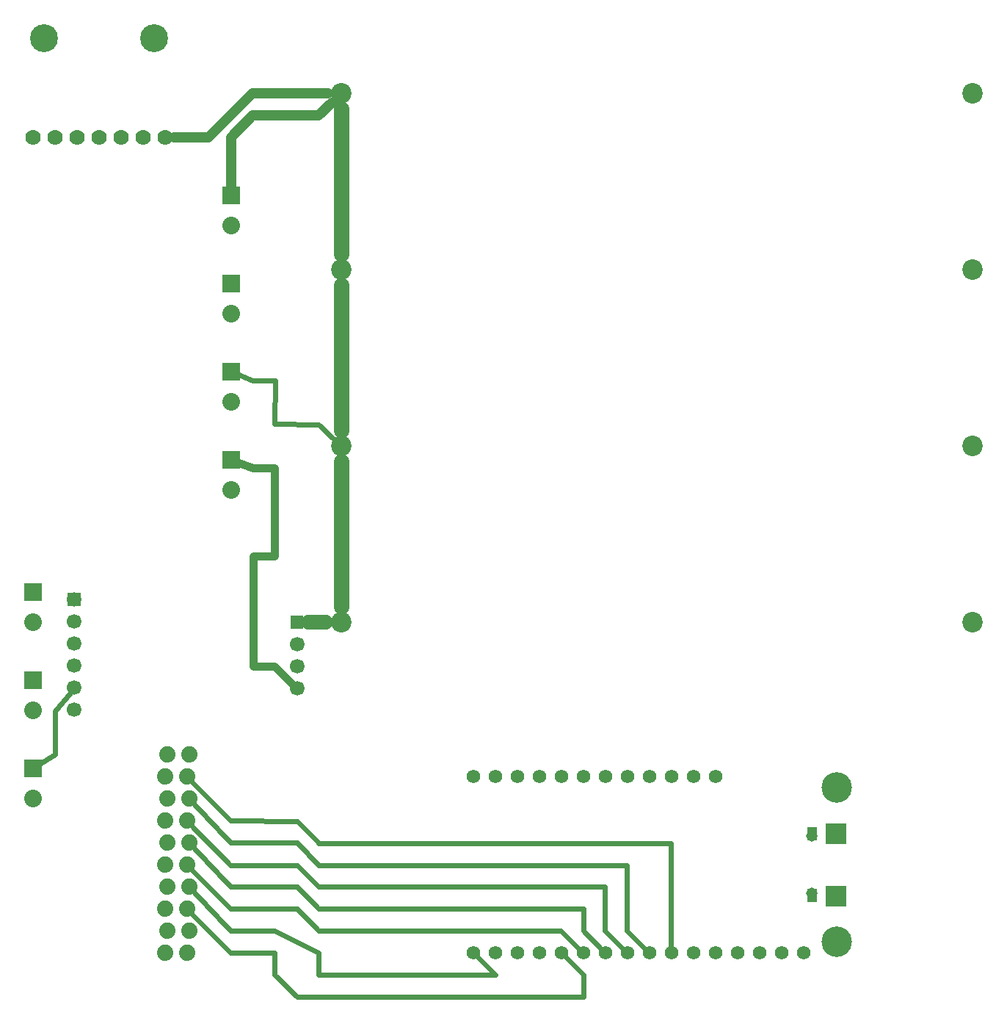
<source format=gbl>
G04 MADE WITH FRITZING*
G04 WWW.FRITZING.ORG*
G04 DOUBLE SIDED*
G04 HOLES PLATED*
G04 CONTOUR ON CENTER OF CONTOUR VECTOR*
%ASAXBY*%
%FSLAX23Y23*%
%MOIN*%
%OFA0B0*%
%SFA1.0B1.0*%
%ADD10C,0.074000*%
%ADD11C,0.126614*%
%ADD12C,0.070000*%
%ADD13C,0.080000*%
%ADD14C,0.093000*%
%ADD15C,0.138425*%
%ADD16C,0.095000*%
%ADD17C,0.051496*%
%ADD18C,0.062000*%
%ADD19C,0.066555*%
%ADD20C,0.049194*%
%ADD21R,0.080000X0.080000*%
%ADD22R,0.095000X0.095000*%
%ADD23C,0.024000*%
%ADD24C,0.065000*%
%ADD25C,0.045000*%
%ADD26C,0.035000*%
%ADD27R,0.001000X0.001000*%
%LNCOPPER0*%
G90*
G70*
G54D10*
X860Y1177D03*
X960Y1177D03*
X850Y1077D03*
X950Y1077D03*
X860Y977D03*
X960Y977D03*
X850Y877D03*
X950Y877D03*
X860Y777D03*
X960Y777D03*
X850Y677D03*
X950Y677D03*
X860Y577D03*
X960Y577D03*
X850Y477D03*
X950Y477D03*
X860Y377D03*
X960Y377D03*
X850Y277D03*
X950Y277D03*
G54D11*
X800Y4427D03*
G54D12*
X250Y3977D03*
X350Y3977D03*
X450Y3977D03*
X550Y3977D03*
X650Y3977D03*
X750Y3977D03*
X850Y3977D03*
G54D11*
X300Y4427D03*
G54D13*
X250Y1115D03*
X250Y977D03*
X250Y1115D03*
X250Y977D03*
X250Y1515D03*
X250Y1377D03*
X250Y1515D03*
X250Y1377D03*
X1150Y2515D03*
X1150Y2377D03*
X1150Y2515D03*
X1150Y2377D03*
X1150Y2915D03*
X1150Y2777D03*
X1150Y2915D03*
X1150Y2777D03*
X1150Y3315D03*
X1150Y3177D03*
X1150Y3315D03*
X1150Y3177D03*
X1150Y3715D03*
X1150Y3577D03*
X1150Y3715D03*
X1150Y3577D03*
X250Y1915D03*
X250Y1777D03*
X250Y1915D03*
X250Y1777D03*
G54D14*
X1650Y4177D03*
X4519Y4178D03*
X1650Y4177D03*
X4519Y4178D03*
X1650Y3377D03*
X4519Y3378D03*
X1650Y3377D03*
X4519Y3378D03*
X1650Y1777D03*
X4519Y1778D03*
X1650Y1777D03*
X4519Y1778D03*
X1650Y2577D03*
X4519Y2578D03*
X1650Y2577D03*
X4519Y2578D03*
G54D15*
X3900Y327D03*
G54D16*
X3899Y819D03*
G54D17*
X3789Y807D03*
G54D18*
X2250Y277D03*
X2350Y277D03*
X2450Y277D03*
X2550Y277D03*
X2650Y277D03*
X2750Y277D03*
X2850Y277D03*
X2950Y277D03*
X3050Y277D03*
G54D15*
X3900Y1027D03*
G54D18*
X3150Y277D03*
X3250Y277D03*
X3350Y277D03*
X3450Y277D03*
X3550Y277D03*
X3650Y277D03*
X3750Y277D03*
X3350Y1077D03*
X3250Y1077D03*
X3150Y1077D03*
X3050Y1077D03*
X2950Y1077D03*
X2850Y1077D03*
X2750Y1077D03*
X2650Y1077D03*
X2550Y1077D03*
X2450Y1077D03*
X2350Y1077D03*
X2250Y1077D03*
G54D17*
X3789Y547D03*
G54D16*
X3899Y535D03*
G54D15*
X3900Y327D03*
G54D16*
X3899Y819D03*
G54D17*
X3789Y807D03*
G54D18*
X2250Y277D03*
X2350Y277D03*
X2450Y277D03*
X2550Y277D03*
X2650Y277D03*
X2750Y277D03*
X2850Y277D03*
X2950Y277D03*
X3050Y277D03*
G54D15*
X3900Y1027D03*
G54D18*
X3150Y277D03*
X3250Y277D03*
X3350Y277D03*
X3450Y277D03*
X3550Y277D03*
X3650Y277D03*
X3750Y277D03*
X3350Y1077D03*
X3250Y1077D03*
X3150Y1077D03*
X3050Y1077D03*
X2950Y1077D03*
X2850Y1077D03*
X2750Y1077D03*
X2650Y1077D03*
X2550Y1077D03*
X2450Y1077D03*
X2350Y1077D03*
X2250Y1077D03*
G54D17*
X3789Y547D03*
G54D16*
X3899Y535D03*
G54D19*
X437Y1780D03*
X437Y1680D03*
X437Y1580D03*
X437Y1480D03*
X437Y1380D03*
X437Y1880D03*
X1450Y1677D03*
X1450Y1577D03*
G54D20*
X1450Y1777D03*
G54D19*
X1450Y1477D03*
G54D21*
X250Y1115D03*
X250Y1115D03*
X250Y1515D03*
X250Y1515D03*
X1150Y2515D03*
X1150Y2515D03*
X1150Y2915D03*
X1150Y2915D03*
X1150Y3315D03*
X1150Y3315D03*
X1150Y3715D03*
X1150Y3715D03*
X250Y1915D03*
X250Y1915D03*
G54D22*
X3899Y819D03*
X3899Y535D03*
X3899Y819D03*
X3899Y535D03*
G54D12*
X1650Y3447D02*
X1650Y4107D01*
G54D23*
D02*
X1549Y2676D02*
X1616Y2611D01*
D02*
X1348Y2678D02*
X1549Y2676D01*
D02*
X1350Y2876D02*
X1348Y2678D01*
D02*
X1248Y2876D02*
X1350Y2876D01*
D02*
X1178Y2903D02*
X1248Y2876D01*
G54D12*
D02*
X1650Y2507D02*
X1650Y1847D01*
D02*
X1650Y2647D02*
X1650Y3307D01*
G54D23*
D02*
X3148Y776D02*
X1549Y776D01*
D02*
X1549Y776D02*
X1549Y777D01*
D02*
X3149Y306D02*
X3148Y776D01*
D02*
X1450Y876D02*
X1149Y877D01*
D02*
X1549Y777D02*
X1450Y876D01*
D02*
X1149Y877D02*
X971Y1055D01*
D02*
X1450Y777D02*
X1149Y777D01*
D02*
X1549Y676D02*
X1450Y777D01*
D02*
X1149Y777D02*
X981Y955D01*
D02*
X1650Y676D02*
X1549Y676D01*
D02*
X2949Y676D02*
X1649Y676D01*
D02*
X1649Y676D02*
X1650Y676D01*
D02*
X2949Y377D02*
X2949Y676D01*
D02*
X3029Y297D02*
X2949Y377D01*
D02*
X1450Y676D02*
X1149Y676D01*
D02*
X1149Y676D02*
X971Y855D01*
D02*
X2849Y377D02*
X2849Y577D01*
D02*
X1751Y577D02*
X1549Y577D01*
D02*
X1549Y577D02*
X1450Y676D01*
D02*
X2849Y577D02*
X1751Y577D01*
D02*
X2929Y297D02*
X2849Y377D01*
D02*
X2750Y377D02*
X2750Y477D01*
D02*
X2750Y477D02*
X1549Y477D01*
D02*
X1549Y477D02*
X1450Y577D01*
D02*
X1450Y577D02*
X1149Y577D01*
D02*
X1149Y577D02*
X981Y755D01*
D02*
X2829Y298D02*
X2750Y377D01*
D02*
X1450Y477D02*
X1149Y477D01*
D02*
X1149Y477D02*
X971Y655D01*
D02*
X1549Y377D02*
X1450Y477D01*
D02*
X2649Y377D02*
X1549Y377D01*
D02*
X2729Y297D02*
X2649Y377D01*
D02*
X1549Y178D02*
X1549Y277D01*
D02*
X1149Y377D02*
X981Y555D01*
D02*
X1349Y377D02*
X1149Y377D01*
D02*
X1549Y277D02*
X1349Y377D01*
D02*
X2350Y178D02*
X1549Y178D01*
D02*
X2270Y257D02*
X2350Y178D01*
D02*
X1349Y178D02*
X1349Y277D01*
D02*
X2750Y77D02*
X2550Y77D01*
D02*
X2750Y178D02*
X2750Y77D01*
D02*
X2550Y77D02*
X1450Y77D01*
D02*
X1349Y277D02*
X1149Y277D01*
D02*
X1450Y77D02*
X1349Y178D01*
D02*
X1149Y277D02*
X971Y455D01*
D02*
X2670Y257D02*
X2750Y178D01*
G54D24*
D02*
X1580Y1777D02*
X1501Y1777D01*
G54D23*
D02*
X351Y1177D02*
X276Y1131D01*
D02*
X351Y1376D02*
X351Y1177D01*
D02*
X420Y1459D02*
X351Y1376D01*
G54D25*
D02*
X1049Y3979D02*
X891Y3977D01*
D02*
X1248Y4178D02*
X1049Y3979D01*
D02*
X1591Y4177D02*
X1248Y4178D01*
D02*
X1151Y3979D02*
X1248Y4077D01*
D02*
X1549Y4077D02*
X1608Y4136D01*
D02*
X1248Y4077D02*
X1549Y4077D01*
D02*
X1150Y3757D02*
X1151Y3979D01*
G54D26*
D02*
X1348Y1577D02*
X1250Y1577D01*
D02*
X1250Y1577D02*
X1250Y2078D01*
D02*
X1250Y2078D02*
X1348Y2078D01*
D02*
X1348Y2078D02*
X1348Y2478D01*
D02*
X1348Y2478D02*
X1250Y2478D01*
D02*
X1250Y2478D02*
X1184Y2502D01*
D02*
X1426Y1500D02*
X1348Y1577D01*
G54D27*
X408Y1910D02*
X465Y1910D01*
X407Y1909D02*
X466Y1909D01*
X407Y1908D02*
X466Y1908D01*
X407Y1907D02*
X466Y1907D01*
X407Y1906D02*
X466Y1906D01*
X407Y1905D02*
X466Y1905D01*
X407Y1904D02*
X466Y1904D01*
X407Y1903D02*
X466Y1903D01*
X407Y1902D02*
X466Y1902D01*
X407Y1901D02*
X466Y1901D01*
X407Y1900D02*
X466Y1900D01*
X407Y1899D02*
X466Y1899D01*
X407Y1898D02*
X431Y1898D01*
X442Y1898D02*
X466Y1898D01*
X407Y1897D02*
X428Y1897D01*
X445Y1897D02*
X466Y1897D01*
X407Y1896D02*
X426Y1896D01*
X447Y1896D02*
X466Y1896D01*
X407Y1895D02*
X425Y1895D01*
X448Y1895D02*
X466Y1895D01*
X407Y1894D02*
X424Y1894D01*
X449Y1894D02*
X466Y1894D01*
X407Y1893D02*
X423Y1893D01*
X450Y1893D02*
X466Y1893D01*
X407Y1892D02*
X422Y1892D01*
X451Y1892D02*
X466Y1892D01*
X407Y1891D02*
X421Y1891D01*
X452Y1891D02*
X466Y1891D01*
X407Y1890D02*
X420Y1890D01*
X453Y1890D02*
X466Y1890D01*
X407Y1889D02*
X420Y1889D01*
X453Y1889D02*
X466Y1889D01*
X407Y1888D02*
X419Y1888D01*
X454Y1888D02*
X466Y1888D01*
X407Y1887D02*
X419Y1887D01*
X454Y1887D02*
X466Y1887D01*
X407Y1886D02*
X418Y1886D01*
X454Y1886D02*
X466Y1886D01*
X407Y1885D02*
X418Y1885D01*
X455Y1885D02*
X466Y1885D01*
X407Y1884D02*
X418Y1884D01*
X455Y1884D02*
X466Y1884D01*
X407Y1883D02*
X418Y1883D01*
X455Y1883D02*
X466Y1883D01*
X407Y1882D02*
X418Y1882D01*
X455Y1882D02*
X466Y1882D01*
X407Y1881D02*
X418Y1881D01*
X455Y1881D02*
X466Y1881D01*
X407Y1880D02*
X418Y1880D01*
X455Y1880D02*
X466Y1880D01*
X407Y1879D02*
X418Y1879D01*
X455Y1879D02*
X466Y1879D01*
X407Y1878D02*
X418Y1878D01*
X455Y1878D02*
X466Y1878D01*
X407Y1877D02*
X418Y1877D01*
X455Y1877D02*
X466Y1877D01*
X407Y1876D02*
X418Y1876D01*
X455Y1876D02*
X466Y1876D01*
X407Y1875D02*
X418Y1875D01*
X455Y1875D02*
X466Y1875D01*
X407Y1874D02*
X419Y1874D01*
X454Y1874D02*
X466Y1874D01*
X407Y1873D02*
X419Y1873D01*
X454Y1873D02*
X466Y1873D01*
X407Y1872D02*
X419Y1872D01*
X453Y1872D02*
X466Y1872D01*
X407Y1871D02*
X420Y1871D01*
X453Y1871D02*
X466Y1871D01*
X407Y1870D02*
X421Y1870D01*
X452Y1870D02*
X466Y1870D01*
X407Y1869D02*
X421Y1869D01*
X452Y1869D02*
X466Y1869D01*
X407Y1868D02*
X422Y1868D01*
X451Y1868D02*
X466Y1868D01*
X407Y1867D02*
X423Y1867D01*
X450Y1867D02*
X466Y1867D01*
X407Y1866D02*
X424Y1866D01*
X449Y1866D02*
X466Y1866D01*
X407Y1865D02*
X425Y1865D01*
X447Y1865D02*
X466Y1865D01*
X407Y1864D02*
X427Y1864D01*
X446Y1864D02*
X466Y1864D01*
X407Y1863D02*
X429Y1863D01*
X444Y1863D02*
X466Y1863D01*
X407Y1862D02*
X433Y1862D01*
X440Y1862D02*
X466Y1862D01*
X407Y1861D02*
X466Y1861D01*
X407Y1860D02*
X466Y1860D01*
X407Y1859D02*
X466Y1859D01*
X407Y1858D02*
X466Y1858D01*
X407Y1857D02*
X466Y1857D01*
X407Y1856D02*
X466Y1856D01*
X407Y1855D02*
X466Y1855D01*
X407Y1854D02*
X466Y1854D01*
X407Y1853D02*
X466Y1853D01*
X407Y1852D02*
X466Y1852D01*
X407Y1851D02*
X466Y1851D01*
X1420Y1807D02*
X1478Y1807D01*
X1420Y1806D02*
X1478Y1806D01*
X1420Y1805D02*
X1478Y1805D01*
X1420Y1804D02*
X1478Y1804D01*
X1420Y1803D02*
X1478Y1803D01*
X1420Y1802D02*
X1478Y1802D01*
X1420Y1801D02*
X1478Y1801D01*
X1420Y1800D02*
X1478Y1800D01*
X1420Y1799D02*
X1478Y1799D01*
X1420Y1798D02*
X1478Y1798D01*
X1420Y1797D02*
X1478Y1797D01*
X1420Y1796D02*
X1478Y1796D01*
X1420Y1795D02*
X1443Y1795D01*
X1455Y1795D02*
X1478Y1795D01*
X1420Y1794D02*
X1440Y1794D01*
X1458Y1794D02*
X1478Y1794D01*
X1420Y1793D02*
X1438Y1793D01*
X1459Y1793D02*
X1478Y1793D01*
X1420Y1792D02*
X1437Y1792D01*
X1461Y1792D02*
X1478Y1792D01*
X1420Y1791D02*
X1436Y1791D01*
X1462Y1791D02*
X1478Y1791D01*
X1420Y1790D02*
X1435Y1790D01*
X1463Y1790D02*
X1478Y1790D01*
X1420Y1789D02*
X1434Y1789D01*
X1464Y1789D02*
X1478Y1789D01*
X1420Y1788D02*
X1433Y1788D01*
X1465Y1788D02*
X1478Y1788D01*
X1420Y1787D02*
X1433Y1787D01*
X1465Y1787D02*
X1478Y1787D01*
X1420Y1786D02*
X1432Y1786D01*
X1466Y1786D02*
X1478Y1786D01*
X1420Y1785D02*
X1432Y1785D01*
X1466Y1785D02*
X1478Y1785D01*
X1420Y1784D02*
X1431Y1784D01*
X1467Y1784D02*
X1478Y1784D01*
X1420Y1783D02*
X1431Y1783D01*
X1467Y1783D02*
X1478Y1783D01*
X1420Y1782D02*
X1431Y1782D01*
X1467Y1782D02*
X1478Y1782D01*
X1420Y1781D02*
X1430Y1781D01*
X1468Y1781D02*
X1478Y1781D01*
X1420Y1780D02*
X1430Y1780D01*
X1468Y1780D02*
X1478Y1780D01*
X1420Y1779D02*
X1430Y1779D01*
X1468Y1779D02*
X1478Y1779D01*
X1420Y1778D02*
X1430Y1778D01*
X1468Y1778D02*
X1478Y1778D01*
X1420Y1777D02*
X1430Y1777D01*
X1468Y1777D02*
X1478Y1777D01*
X1420Y1776D02*
X1430Y1776D01*
X1468Y1776D02*
X1478Y1776D01*
X1420Y1775D02*
X1430Y1775D01*
X1468Y1775D02*
X1478Y1775D01*
X1420Y1774D02*
X1430Y1774D01*
X1468Y1774D02*
X1478Y1774D01*
X1420Y1773D02*
X1431Y1773D01*
X1467Y1773D02*
X1478Y1773D01*
X1420Y1772D02*
X1431Y1772D01*
X1467Y1772D02*
X1478Y1772D01*
X1420Y1771D02*
X1431Y1771D01*
X1467Y1771D02*
X1478Y1771D01*
X1420Y1770D02*
X1432Y1770D01*
X1466Y1770D02*
X1478Y1770D01*
X1420Y1769D02*
X1432Y1769D01*
X1466Y1769D02*
X1478Y1769D01*
X1420Y1768D02*
X1433Y1768D01*
X1465Y1768D02*
X1478Y1768D01*
X1420Y1767D02*
X1433Y1767D01*
X1465Y1767D02*
X1478Y1767D01*
X1420Y1766D02*
X1434Y1766D01*
X1464Y1766D02*
X1478Y1766D01*
X1420Y1765D02*
X1435Y1765D01*
X1463Y1765D02*
X1478Y1765D01*
X1420Y1764D02*
X1436Y1764D01*
X1462Y1764D02*
X1478Y1764D01*
X1420Y1763D02*
X1437Y1763D01*
X1461Y1763D02*
X1478Y1763D01*
X1420Y1762D02*
X1438Y1762D01*
X1460Y1762D02*
X1478Y1762D01*
X1420Y1761D02*
X1440Y1761D01*
X1458Y1761D02*
X1478Y1761D01*
X1420Y1760D02*
X1442Y1760D01*
X1455Y1760D02*
X1478Y1760D01*
X1420Y1759D02*
X1448Y1759D01*
X1450Y1759D02*
X1478Y1759D01*
X1420Y1758D02*
X1478Y1758D01*
X1420Y1757D02*
X1478Y1757D01*
X1420Y1756D02*
X1478Y1756D01*
X1420Y1755D02*
X1478Y1755D01*
X1420Y1754D02*
X1478Y1754D01*
X1420Y1753D02*
X1478Y1753D01*
X1420Y1752D02*
X1478Y1752D01*
X1420Y1751D02*
X1478Y1751D01*
X1420Y1750D02*
X1478Y1750D01*
X1420Y1749D02*
X1478Y1749D01*
X1420Y1748D02*
X1478Y1748D01*
X3768Y848D02*
X3809Y848D01*
X3768Y847D02*
X3809Y847D01*
X3768Y846D02*
X3809Y846D01*
X3768Y845D02*
X3809Y845D01*
X3768Y844D02*
X3809Y844D01*
X3768Y843D02*
X3809Y843D01*
X3768Y842D02*
X3809Y842D01*
X3768Y841D02*
X3809Y841D01*
X3768Y840D02*
X3809Y840D01*
X3768Y839D02*
X3809Y839D01*
X3768Y838D02*
X3809Y838D01*
X3768Y837D02*
X3809Y837D01*
X3768Y836D02*
X3809Y836D01*
X3768Y835D02*
X3809Y835D01*
X3768Y834D02*
X3809Y834D01*
X3768Y833D02*
X3809Y833D01*
X3768Y832D02*
X3809Y832D01*
X3768Y831D02*
X3809Y831D01*
X3768Y830D02*
X3809Y830D01*
X3768Y829D02*
X3809Y829D01*
X3768Y828D02*
X3785Y828D01*
X3792Y828D02*
X3809Y828D01*
X3768Y827D02*
X3781Y827D01*
X3795Y827D02*
X3809Y827D01*
X3768Y826D02*
X3779Y826D01*
X3798Y826D02*
X3809Y826D01*
X3768Y825D02*
X3777Y825D01*
X3800Y825D02*
X3809Y825D01*
X3768Y824D02*
X3775Y824D01*
X3801Y824D02*
X3809Y824D01*
X3768Y823D02*
X3774Y823D01*
X3802Y823D02*
X3809Y823D01*
X3768Y822D02*
X3773Y822D01*
X3804Y822D02*
X3809Y822D01*
X3768Y821D02*
X3772Y821D01*
X3804Y821D02*
X3809Y821D01*
X3768Y820D02*
X3771Y820D01*
X3805Y820D02*
X3809Y820D01*
X3768Y819D02*
X3771Y819D01*
X3806Y819D02*
X3809Y819D01*
X3768Y818D02*
X3770Y818D01*
X3807Y818D02*
X3809Y818D01*
X3768Y817D02*
X3769Y817D01*
X3807Y817D02*
X3809Y817D01*
X3768Y816D02*
X3769Y816D01*
X3808Y816D02*
X3809Y816D01*
X3768Y815D02*
X3768Y815D01*
X3808Y815D02*
X3809Y815D01*
X3768Y814D02*
X3768Y814D01*
X3808Y814D02*
X3809Y814D01*
X3768Y813D02*
X3768Y813D01*
X3809Y813D02*
X3809Y813D01*
X3768Y812D02*
X3768Y812D01*
X3768Y803D02*
X3768Y803D01*
X3768Y802D02*
X3768Y802D01*
X3809Y802D02*
X3809Y802D01*
X3768Y801D02*
X3768Y801D01*
X3808Y801D02*
X3809Y801D01*
X3768Y800D02*
X3768Y800D01*
X3808Y800D02*
X3809Y800D01*
X3768Y799D02*
X3769Y799D01*
X3808Y799D02*
X3809Y799D01*
X3768Y798D02*
X3769Y798D01*
X3807Y798D02*
X3809Y798D01*
X3768Y797D02*
X3770Y797D01*
X3807Y797D02*
X3809Y797D01*
X3768Y796D02*
X3770Y796D01*
X3806Y796D02*
X3809Y796D01*
X3768Y795D02*
X3771Y795D01*
X3805Y795D02*
X3809Y795D01*
X3768Y794D02*
X3772Y794D01*
X3804Y794D02*
X3809Y794D01*
X3768Y793D02*
X3773Y793D01*
X3804Y793D02*
X3809Y793D01*
X3768Y792D02*
X3774Y792D01*
X3802Y792D02*
X3809Y792D01*
X3768Y791D02*
X3775Y791D01*
X3801Y791D02*
X3809Y791D01*
X3768Y790D02*
X3777Y790D01*
X3800Y790D02*
X3809Y790D01*
X3768Y789D02*
X3778Y789D01*
X3798Y789D02*
X3809Y789D01*
X3768Y788D02*
X3781Y788D01*
X3796Y788D02*
X3809Y788D01*
X3768Y787D02*
X3783Y787D01*
X3793Y787D02*
X3808Y787D01*
X3768Y568D02*
X3783Y568D01*
X3793Y568D02*
X3808Y568D01*
X3768Y567D02*
X3780Y567D01*
X3796Y567D02*
X3809Y567D01*
X3768Y566D02*
X3778Y566D01*
X3798Y566D02*
X3809Y566D01*
X3768Y565D02*
X3776Y565D01*
X3800Y565D02*
X3809Y565D01*
X3768Y564D02*
X3775Y564D01*
X3801Y564D02*
X3809Y564D01*
X3768Y563D02*
X3774Y563D01*
X3803Y563D02*
X3809Y563D01*
X3768Y562D02*
X3773Y562D01*
X3804Y562D02*
X3809Y562D01*
X3768Y561D02*
X3772Y561D01*
X3805Y561D02*
X3809Y561D01*
X3768Y560D02*
X3771Y560D01*
X3805Y560D02*
X3809Y560D01*
X3768Y559D02*
X3770Y559D01*
X3806Y559D02*
X3809Y559D01*
X3768Y558D02*
X3770Y558D01*
X3807Y558D02*
X3809Y558D01*
X3768Y557D02*
X3769Y557D01*
X3807Y557D02*
X3809Y557D01*
X3768Y556D02*
X3769Y556D01*
X3808Y556D02*
X3809Y556D01*
X3768Y555D02*
X3768Y555D01*
X3808Y555D02*
X3809Y555D01*
X3768Y554D02*
X3768Y554D01*
X3808Y554D02*
X3809Y554D01*
X3768Y553D02*
X3768Y553D01*
X3809Y553D02*
X3809Y553D01*
X3768Y543D02*
X3768Y543D01*
X3768Y542D02*
X3768Y542D01*
X3809Y542D02*
X3809Y542D01*
X3768Y541D02*
X3768Y541D01*
X3808Y541D02*
X3809Y541D01*
X3768Y540D02*
X3769Y540D01*
X3808Y540D02*
X3809Y540D01*
X3768Y539D02*
X3769Y539D01*
X3808Y539D02*
X3809Y539D01*
X3768Y538D02*
X3769Y538D01*
X3807Y538D02*
X3809Y538D01*
X3768Y537D02*
X3770Y537D01*
X3806Y537D02*
X3809Y537D01*
X3768Y536D02*
X3771Y536D01*
X3806Y536D02*
X3809Y536D01*
X3768Y535D02*
X3771Y535D01*
X3805Y535D02*
X3809Y535D01*
X3768Y534D02*
X3772Y534D01*
X3804Y534D02*
X3809Y534D01*
X3768Y533D02*
X3773Y533D01*
X3803Y533D02*
X3809Y533D01*
X3768Y532D02*
X3774Y532D01*
X3802Y532D02*
X3809Y532D01*
X3768Y531D02*
X3775Y531D01*
X3801Y531D02*
X3809Y531D01*
X3768Y530D02*
X3777Y530D01*
X3800Y530D02*
X3809Y530D01*
X3768Y529D02*
X3779Y529D01*
X3798Y529D02*
X3809Y529D01*
X3768Y528D02*
X3781Y528D01*
X3795Y528D02*
X3809Y528D01*
X3768Y527D02*
X3786Y527D01*
X3791Y527D02*
X3809Y527D01*
X3768Y526D02*
X3809Y526D01*
X3768Y525D02*
X3809Y525D01*
X3768Y524D02*
X3809Y524D01*
X3768Y523D02*
X3809Y523D01*
X3768Y522D02*
X3809Y522D01*
X3768Y521D02*
X3809Y521D01*
X3768Y520D02*
X3809Y520D01*
X3768Y519D02*
X3809Y519D01*
X3768Y518D02*
X3809Y518D01*
X3768Y517D02*
X3809Y517D01*
X3768Y516D02*
X3809Y516D01*
X3768Y515D02*
X3809Y515D01*
X3768Y514D02*
X3809Y514D01*
X3768Y513D02*
X3809Y513D01*
X3768Y512D02*
X3809Y512D01*
X3768Y511D02*
X3809Y511D01*
X3768Y510D02*
X3809Y510D01*
X3768Y509D02*
X3809Y509D01*
X3768Y508D02*
X3809Y508D01*
X3768Y507D02*
X3809Y507D01*
D02*
G04 End of Copper0*
M02*
</source>
